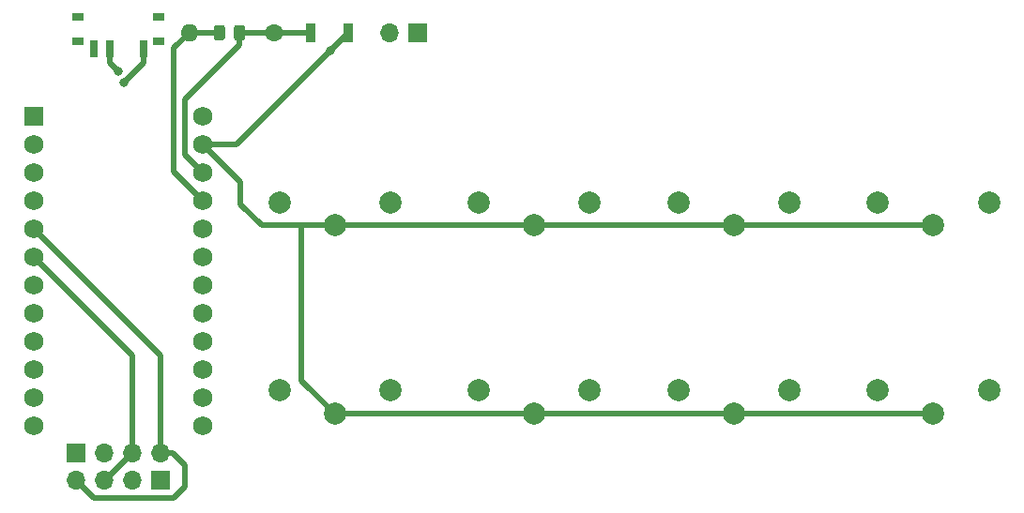
<source format=gbr>
%TF.GenerationSoftware,KiCad,Pcbnew,5.1.8*%
%TF.CreationDate,2021-02-04T11:53:21-06:00*%
%TF.ProjectId,small-paintbrush,736d616c-6c2d-4706-9169-6e7462727573,rev?*%
%TF.SameCoordinates,Original*%
%TF.FileFunction,Copper,L1,Top*%
%TF.FilePolarity,Positive*%
%FSLAX46Y46*%
G04 Gerber Fmt 4.6, Leading zero omitted, Abs format (unit mm)*
G04 Created by KiCad (PCBNEW 5.1.8) date 2021-02-04 11:53:21*
%MOMM*%
%LPD*%
G01*
G04 APERTURE LIST*
%TA.AperFunction,ComponentPad*%
%ADD10C,1.752600*%
%TD*%
%TA.AperFunction,ComponentPad*%
%ADD11R,1.752600X1.752600*%
%TD*%
%TA.AperFunction,ComponentPad*%
%ADD12O,1.700000X1.700000*%
%TD*%
%TA.AperFunction,ComponentPad*%
%ADD13R,1.700000X1.700000*%
%TD*%
%TA.AperFunction,ComponentPad*%
%ADD14O,1.600000X1.600000*%
%TD*%
%TA.AperFunction,ComponentPad*%
%ADD15C,1.600000*%
%TD*%
%TA.AperFunction,ComponentPad*%
%ADD16C,2.000000*%
%TD*%
%TA.AperFunction,SMDPad,CuDef*%
%ADD17R,0.900000X1.700000*%
%TD*%
%TA.AperFunction,SMDPad,CuDef*%
%ADD18R,1.000000X0.800000*%
%TD*%
%TA.AperFunction,SMDPad,CuDef*%
%ADD19R,0.700000X1.500000*%
%TD*%
%TA.AperFunction,ViaPad*%
%ADD20C,0.800000*%
%TD*%
%TA.AperFunction,Conductor*%
%ADD21C,0.508000*%
%TD*%
G04 APERTURE END LIST*
D10*
%TO.P,U1,24*%
%TO.N,Net-(U1-Pad24)*%
X85120000Y-31030000D03*
%TO.P,U1,12*%
%TO.N,Net-(U1-Pad12)*%
X69880000Y-58970000D03*
%TO.P,U1,23*%
%TO.N,GND*%
X85120000Y-33570000D03*
%TO.P,U1,22*%
%TO.N,Net-(PUSH1-Pad1)*%
X85120000Y-36110000D03*
%TO.P,U1,21*%
%TO.N,VCC*%
X85120000Y-38650000D03*
%TO.P,U1,20*%
%TO.N,R1C1*%
X85120000Y-41190000D03*
%TO.P,U1,19*%
%TO.N,R1C2*%
X85120000Y-43730000D03*
%TO.P,U1,18*%
%TO.N,R1C3*%
X85120000Y-46270000D03*
%TO.P,U1,17*%
%TO.N,R1C4*%
X85120000Y-48810000D03*
%TO.P,U1,16*%
%TO.N,R2C4*%
X85120000Y-51350000D03*
%TO.P,U1,15*%
%TO.N,R2C3*%
X85120000Y-53890000D03*
%TO.P,U1,14*%
%TO.N,R2C2*%
X85120000Y-56430000D03*
%TO.P,U1,13*%
%TO.N,R2C1*%
X85120000Y-58970000D03*
%TO.P,U1,11*%
%TO.N,Net-(U1-Pad11)*%
X69880000Y-56430000D03*
%TO.P,U1,10*%
%TO.N,Net-(U1-Pad10)*%
X69880000Y-53890000D03*
%TO.P,U1,9*%
%TO.N,Net-(U1-Pad9)*%
X69880000Y-51350000D03*
%TO.P,U1,8*%
%TO.N,Net-(U1-Pad8)*%
X69880000Y-48810000D03*
%TO.P,U1,7*%
%TO.N,Net-(U1-Pad7)*%
X69880000Y-46270000D03*
%TO.P,U1,6*%
%TO.N,SCL*%
X69880000Y-43730000D03*
%TO.P,U1,5*%
%TO.N,SDA*%
X69880000Y-41190000D03*
%TO.P,U1,4*%
%TO.N,GND*%
X69880000Y-38650000D03*
%TO.P,U1,3*%
X69880000Y-36110000D03*
%TO.P,U1,2*%
%TO.N,Net-(U1-Pad2)*%
X69880000Y-33570000D03*
D11*
%TO.P,U1,1*%
%TO.N,Net-(U1-Pad1)*%
X69880000Y-31030000D03*
%TD*%
D12*
%TO.P,J3,4*%
%TO.N,SDA*%
X81320000Y-61400000D03*
%TO.P,J3,3*%
%TO.N,SCL*%
X78780000Y-61400000D03*
%TO.P,J3,2*%
%TO.N,VCC*%
X76240000Y-61400000D03*
D13*
%TO.P,J3,1*%
%TO.N,GND*%
X73700000Y-61400000D03*
%TD*%
D12*
%TO.P,J2,4*%
%TO.N,SDA*%
X73680000Y-63900000D03*
%TO.P,J2,3*%
%TO.N,SCL*%
X76220000Y-63900000D03*
%TO.P,J2,2*%
%TO.N,VCC*%
X78760000Y-63900000D03*
D13*
%TO.P,J2,1*%
%TO.N,GND*%
X81300000Y-63900000D03*
%TD*%
D14*
%TO.P,R2,2*%
%TO.N,VCC*%
X83880000Y-23500000D03*
D15*
%TO.P,R2,1*%
%TO.N,Net-(PUSH1-Pad1)*%
X91500000Y-23500000D03*
%TD*%
D16*
%TO.P,KEY8,2*%
%TO.N,R2C4*%
X146000000Y-55800000D03*
%TO.P,KEY8,1*%
%TO.N,GND*%
X151000000Y-57900000D03*
%TO.P,KEY8,2*%
%TO.N,R2C4*%
X156000000Y-55800000D03*
%TD*%
%TO.P,KEY7,2*%
%TO.N,R2C3*%
X128000000Y-55800000D03*
%TO.P,KEY7,1*%
%TO.N,GND*%
X133000000Y-57900000D03*
%TO.P,KEY7,2*%
%TO.N,R2C3*%
X138000000Y-55800000D03*
%TD*%
%TO.P,KEY6,2*%
%TO.N,R2C2*%
X110000000Y-55800000D03*
%TO.P,KEY6,1*%
%TO.N,GND*%
X115000000Y-57900000D03*
%TO.P,KEY6,2*%
%TO.N,R2C2*%
X120000000Y-55800000D03*
%TD*%
%TO.P,KEY5,2*%
%TO.N,R2C1*%
X92000000Y-55800000D03*
%TO.P,KEY5,1*%
%TO.N,GND*%
X97000000Y-57900000D03*
%TO.P,KEY5,2*%
%TO.N,R2C1*%
X102000000Y-55800000D03*
%TD*%
%TO.P,KEY4,2*%
%TO.N,R1C4*%
X146000000Y-38800000D03*
%TO.P,KEY4,1*%
%TO.N,GND*%
X151000000Y-40900000D03*
%TO.P,KEY4,2*%
%TO.N,R1C4*%
X156000000Y-38800000D03*
%TD*%
%TO.P,KEY3,2*%
%TO.N,R1C3*%
X128000000Y-38800000D03*
%TO.P,KEY3,1*%
%TO.N,GND*%
X133000000Y-40900000D03*
%TO.P,KEY3,2*%
%TO.N,R1C3*%
X138000000Y-38800000D03*
%TD*%
%TO.P,KEY2,2*%
%TO.N,R1C2*%
X110000000Y-38800000D03*
%TO.P,KEY2,1*%
%TO.N,GND*%
X115000000Y-40900000D03*
%TO.P,KEY2,2*%
%TO.N,R1C2*%
X120000000Y-38800000D03*
%TD*%
%TO.P,KEY1,2*%
%TO.N,R1C1*%
X92000000Y-38800000D03*
%TO.P,KEY1,1*%
%TO.N,GND*%
X97000000Y-40900000D03*
%TO.P,KEY1,2*%
%TO.N,R1C1*%
X102000000Y-38800000D03*
%TD*%
D17*
%TO.P,PUSH2,2*%
%TO.N,GND*%
X98200000Y-23500000D03*
%TO.P,PUSH2,1*%
%TO.N,Net-(PUSH1-Pad1)*%
X94800000Y-23500000D03*
%TD*%
D18*
%TO.P,SW2,*%
%TO.N,*%
X81150000Y-24280000D03*
X73850000Y-24280000D03*
X73850000Y-22070000D03*
X81150000Y-22070000D03*
D19*
%TO.P,SW2,3*%
%TO.N,Net-(SW2-Pad3)*%
X75250000Y-24930000D03*
%TO.P,SW2,2*%
%TO.N,Net-(J1-Pad2)*%
X76750000Y-24930000D03*
%TO.P,SW2,1*%
%TO.N,Net-(J1-Pad1)*%
X79750000Y-24930000D03*
%TD*%
D12*
%TO.P,J1,2*%
%TO.N,Net-(J1-Pad2)*%
X101960000Y-23500000D03*
D13*
%TO.P,J1,1*%
%TO.N,Net-(J1-Pad1)*%
X104500000Y-23500000D03*
%TD*%
%TO.P,R1,2*%
%TO.N,VCC*%
%TA.AperFunction,SMDPad,CuDef*%
G36*
G01*
X87100000Y-23049998D02*
X87100000Y-23950002D01*
G75*
G02*
X86850002Y-24200000I-249998J0D01*
G01*
X86324998Y-24200000D01*
G75*
G02*
X86075000Y-23950002I0J249998D01*
G01*
X86075000Y-23049998D01*
G75*
G02*
X86324998Y-22800000I249998J0D01*
G01*
X86850002Y-22800000D01*
G75*
G02*
X87100000Y-23049998I0J-249998D01*
G01*
G37*
%TD.AperFunction*%
%TO.P,R1,1*%
%TO.N,Net-(PUSH1-Pad1)*%
%TA.AperFunction,SMDPad,CuDef*%
G36*
G01*
X88925000Y-23049998D02*
X88925000Y-23950002D01*
G75*
G02*
X88675002Y-24200000I-249998J0D01*
G01*
X88149998Y-24200000D01*
G75*
G02*
X87900000Y-23950002I0J249998D01*
G01*
X87900000Y-23049998D01*
G75*
G02*
X88149998Y-22800000I249998J0D01*
G01*
X88675002Y-22800000D01*
G75*
G02*
X88925000Y-23049998I0J-249998D01*
G01*
G37*
%TD.AperFunction*%
%TD*%
D20*
%TO.N,GND*%
X96600000Y-25100000D03*
%TO.N,Net-(J1-Pad2)*%
X77500006Y-27000006D03*
%TO.N,Net-(J1-Pad1)*%
X78000000Y-28000000D03*
%TD*%
D21*
%TO.N,GND*%
X85120000Y-33570000D02*
X88500000Y-36950000D01*
X88500000Y-36950000D02*
X88500000Y-39000000D01*
X88500000Y-39000000D02*
X90400000Y-40900000D01*
X97000000Y-40900000D02*
X151000000Y-40900000D01*
X151000000Y-57900000D02*
X97000000Y-57900000D01*
X97000000Y-57900000D02*
X94000000Y-54900000D01*
X94000000Y-41000000D02*
X94100000Y-40900000D01*
X94000000Y-54900000D02*
X94000000Y-41000000D01*
X94100000Y-40900000D02*
X97000000Y-40900000D01*
X90400000Y-40900000D02*
X94100000Y-40900000D01*
X85120000Y-33570000D02*
X88130000Y-33570000D01*
X96600000Y-25100000D02*
X98200000Y-23500000D01*
X88130000Y-33570000D02*
X96600000Y-25100000D01*
%TO.N,Net-(PUSH1-Pad1)*%
X88412500Y-23500000D02*
X91500000Y-23500000D01*
X91500000Y-23500000D02*
X94800000Y-23500000D01*
X88412500Y-24587500D02*
X88412500Y-23500000D01*
X83500000Y-29500000D02*
X88412500Y-24587500D01*
X83500000Y-34490000D02*
X83500000Y-29500000D01*
X85120000Y-36110000D02*
X83500000Y-34490000D01*
%TO.N,VCC*%
X86587500Y-23500000D02*
X83880000Y-23500000D01*
X83880000Y-23500000D02*
X82500000Y-24880000D01*
X82500000Y-36030000D02*
X85120000Y-38650000D01*
X82500000Y-24880000D02*
X82500000Y-36030000D01*
%TO.N,Net-(J1-Pad2)*%
X76750000Y-24930000D02*
X76750000Y-26250000D01*
X76750000Y-26250000D02*
X77500006Y-27000006D01*
%TO.N,Net-(J1-Pad1)*%
X79750000Y-24930000D02*
X79750000Y-26250000D01*
X79750000Y-26250000D02*
X78000000Y-28000000D01*
%TO.N,SDA*%
X82400000Y-61400000D02*
X81320000Y-61400000D01*
X83500000Y-62500000D02*
X82400000Y-61400000D01*
X83500000Y-64500000D02*
X83500000Y-62500000D01*
X82500000Y-65500000D02*
X83500000Y-64500000D01*
X75280000Y-65500000D02*
X82500000Y-65500000D01*
X73680000Y-63900000D02*
X75280000Y-65500000D01*
X81320000Y-52630000D02*
X69880000Y-41190000D01*
X81320000Y-61400000D02*
X81320000Y-52630000D01*
%TO.N,SCL*%
X76280000Y-63900000D02*
X78780000Y-61400000D01*
X76220000Y-63900000D02*
X76280000Y-63900000D01*
X78780000Y-52630000D02*
X69880000Y-43730000D01*
X78780000Y-61400000D02*
X78780000Y-52630000D01*
%TD*%
M02*

</source>
